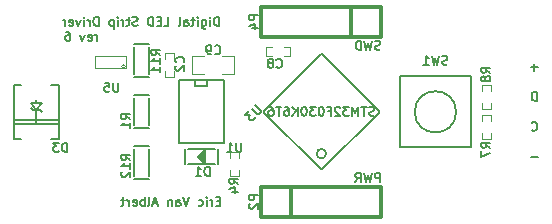
<source format=gbo>
G04 (created by PCBNEW (2013-mar-13)-testing) date Wed 10 Jun 2015 12:05:28 AM EDT*
%MOIN*%
G04 Gerber Fmt 3.4, Leading zero omitted, Abs format*
%FSLAX34Y34*%
G01*
G70*
G90*
G04 APERTURE LIST*
%ADD10C,0.005906*%
%ADD11C,0.005118*%
%ADD12C,0.005000*%
%ADD13C,0.003100*%
%ADD14C,0.003900*%
%ADD15C,0.012000*%
%ADD16C,0.002800*%
%ADD17C,0.008000*%
G04 APERTURE END LIST*
G54D10*
G54D11*
X52135Y-48978D02*
X52035Y-48978D01*
X51992Y-49135D02*
X52135Y-49135D01*
X52135Y-48835D01*
X51992Y-48835D01*
X51864Y-49135D02*
X51864Y-48935D01*
X51864Y-48992D02*
X51850Y-48964D01*
X51835Y-48950D01*
X51807Y-48935D01*
X51778Y-48935D01*
X51678Y-49135D02*
X51678Y-48935D01*
X51678Y-48835D02*
X51692Y-48850D01*
X51678Y-48864D01*
X51664Y-48850D01*
X51678Y-48835D01*
X51678Y-48864D01*
X51407Y-49121D02*
X51435Y-49135D01*
X51492Y-49135D01*
X51521Y-49121D01*
X51535Y-49107D01*
X51550Y-49078D01*
X51550Y-48992D01*
X51535Y-48964D01*
X51521Y-48950D01*
X51492Y-48935D01*
X51435Y-48935D01*
X51407Y-48950D01*
X51092Y-48835D02*
X50992Y-49135D01*
X50892Y-48835D01*
X50664Y-49135D02*
X50664Y-48978D01*
X50678Y-48950D01*
X50707Y-48935D01*
X50764Y-48935D01*
X50792Y-48950D01*
X50664Y-49121D02*
X50692Y-49135D01*
X50764Y-49135D01*
X50792Y-49121D01*
X50807Y-49092D01*
X50807Y-49064D01*
X50792Y-49035D01*
X50764Y-49021D01*
X50692Y-49021D01*
X50664Y-49007D01*
X50521Y-48935D02*
X50521Y-49135D01*
X50521Y-48964D02*
X50507Y-48950D01*
X50478Y-48935D01*
X50435Y-48935D01*
X50407Y-48950D01*
X50392Y-48978D01*
X50392Y-49135D01*
X50035Y-49050D02*
X49892Y-49050D01*
X50064Y-49135D02*
X49964Y-48835D01*
X49864Y-49135D01*
X49721Y-49135D02*
X49750Y-49121D01*
X49764Y-49092D01*
X49764Y-48835D01*
X49607Y-49135D02*
X49607Y-48835D01*
X49607Y-48950D02*
X49578Y-48935D01*
X49521Y-48935D01*
X49492Y-48950D01*
X49478Y-48964D01*
X49464Y-48992D01*
X49464Y-49078D01*
X49478Y-49107D01*
X49492Y-49121D01*
X49521Y-49135D01*
X49578Y-49135D01*
X49607Y-49121D01*
X49221Y-49121D02*
X49249Y-49135D01*
X49307Y-49135D01*
X49335Y-49121D01*
X49349Y-49092D01*
X49349Y-48978D01*
X49335Y-48950D01*
X49307Y-48935D01*
X49249Y-48935D01*
X49221Y-48950D01*
X49207Y-48978D01*
X49207Y-49007D01*
X49349Y-49035D01*
X49078Y-49135D02*
X49078Y-48935D01*
X49078Y-48992D02*
X49064Y-48964D01*
X49049Y-48950D01*
X49021Y-48935D01*
X48992Y-48935D01*
X48935Y-48935D02*
X48821Y-48935D01*
X48892Y-48835D02*
X48892Y-49092D01*
X48878Y-49121D01*
X48849Y-49135D01*
X48821Y-49135D01*
X52085Y-43135D02*
X52085Y-42835D01*
X52014Y-42835D01*
X51971Y-42850D01*
X51942Y-42878D01*
X51928Y-42907D01*
X51914Y-42964D01*
X51914Y-43007D01*
X51928Y-43064D01*
X51942Y-43092D01*
X51971Y-43121D01*
X52014Y-43135D01*
X52085Y-43135D01*
X51785Y-43135D02*
X51785Y-42935D01*
X51785Y-42835D02*
X51799Y-42850D01*
X51785Y-42864D01*
X51771Y-42850D01*
X51785Y-42835D01*
X51785Y-42864D01*
X51514Y-42935D02*
X51514Y-43178D01*
X51528Y-43207D01*
X51542Y-43221D01*
X51571Y-43235D01*
X51614Y-43235D01*
X51642Y-43221D01*
X51514Y-43121D02*
X51542Y-43135D01*
X51599Y-43135D01*
X51628Y-43121D01*
X51642Y-43107D01*
X51657Y-43078D01*
X51657Y-42992D01*
X51642Y-42964D01*
X51628Y-42950D01*
X51599Y-42935D01*
X51542Y-42935D01*
X51514Y-42950D01*
X51371Y-43135D02*
X51371Y-42935D01*
X51371Y-42835D02*
X51385Y-42850D01*
X51371Y-42864D01*
X51357Y-42850D01*
X51371Y-42835D01*
X51371Y-42864D01*
X51271Y-42935D02*
X51157Y-42935D01*
X51228Y-42835D02*
X51228Y-43092D01*
X51214Y-43121D01*
X51185Y-43135D01*
X51157Y-43135D01*
X50928Y-43135D02*
X50928Y-42978D01*
X50942Y-42950D01*
X50971Y-42935D01*
X51028Y-42935D01*
X51057Y-42950D01*
X50928Y-43121D02*
X50957Y-43135D01*
X51028Y-43135D01*
X51057Y-43121D01*
X51071Y-43092D01*
X51071Y-43064D01*
X51057Y-43035D01*
X51028Y-43021D01*
X50957Y-43021D01*
X50928Y-43007D01*
X50742Y-43135D02*
X50771Y-43121D01*
X50785Y-43092D01*
X50785Y-42835D01*
X50257Y-43135D02*
X50399Y-43135D01*
X50399Y-42835D01*
X50157Y-42978D02*
X50057Y-42978D01*
X50014Y-43135D02*
X50157Y-43135D01*
X50157Y-42835D01*
X50014Y-42835D01*
X49885Y-43135D02*
X49885Y-42835D01*
X49814Y-42835D01*
X49771Y-42850D01*
X49742Y-42878D01*
X49728Y-42907D01*
X49714Y-42964D01*
X49714Y-43007D01*
X49728Y-43064D01*
X49742Y-43092D01*
X49771Y-43121D01*
X49814Y-43135D01*
X49885Y-43135D01*
X49371Y-43121D02*
X49328Y-43135D01*
X49257Y-43135D01*
X49228Y-43121D01*
X49214Y-43107D01*
X49199Y-43078D01*
X49199Y-43050D01*
X49214Y-43021D01*
X49228Y-43007D01*
X49257Y-42992D01*
X49314Y-42978D01*
X49342Y-42964D01*
X49357Y-42950D01*
X49371Y-42921D01*
X49371Y-42892D01*
X49357Y-42864D01*
X49342Y-42850D01*
X49314Y-42835D01*
X49242Y-42835D01*
X49199Y-42850D01*
X49114Y-42935D02*
X48999Y-42935D01*
X49071Y-42835D02*
X49071Y-43092D01*
X49057Y-43121D01*
X49028Y-43135D01*
X48999Y-43135D01*
X48899Y-43135D02*
X48899Y-42935D01*
X48899Y-42992D02*
X48885Y-42964D01*
X48871Y-42950D01*
X48842Y-42935D01*
X48814Y-42935D01*
X48714Y-43135D02*
X48714Y-42935D01*
X48714Y-42835D02*
X48728Y-42850D01*
X48714Y-42864D01*
X48699Y-42850D01*
X48714Y-42835D01*
X48714Y-42864D01*
X48571Y-42935D02*
X48571Y-43235D01*
X48571Y-42950D02*
X48542Y-42935D01*
X48485Y-42935D01*
X48457Y-42950D01*
X48442Y-42964D01*
X48428Y-42992D01*
X48428Y-43078D01*
X48442Y-43107D01*
X48457Y-43121D01*
X48485Y-43135D01*
X48542Y-43135D01*
X48571Y-43121D01*
X48071Y-43135D02*
X48071Y-42835D01*
X47999Y-42835D01*
X47957Y-42850D01*
X47928Y-42878D01*
X47914Y-42907D01*
X47899Y-42964D01*
X47899Y-43007D01*
X47914Y-43064D01*
X47928Y-43092D01*
X47957Y-43121D01*
X47999Y-43135D01*
X48071Y-43135D01*
X47771Y-43135D02*
X47771Y-42935D01*
X47771Y-42992D02*
X47757Y-42964D01*
X47742Y-42950D01*
X47714Y-42935D01*
X47685Y-42935D01*
X47585Y-43135D02*
X47585Y-42935D01*
X47585Y-42835D02*
X47599Y-42850D01*
X47585Y-42864D01*
X47571Y-42850D01*
X47585Y-42835D01*
X47585Y-42864D01*
X47471Y-42935D02*
X47399Y-43135D01*
X47328Y-42935D01*
X47100Y-43121D02*
X47128Y-43135D01*
X47185Y-43135D01*
X47214Y-43121D01*
X47228Y-43092D01*
X47228Y-42978D01*
X47214Y-42950D01*
X47185Y-42935D01*
X47128Y-42935D01*
X47100Y-42950D01*
X47085Y-42978D01*
X47085Y-43007D01*
X47228Y-43035D01*
X46957Y-43135D02*
X46957Y-42935D01*
X46957Y-42992D02*
X46942Y-42964D01*
X46928Y-42950D01*
X46900Y-42935D01*
X46871Y-42935D01*
X48021Y-43635D02*
X48021Y-43435D01*
X48021Y-43492D02*
X48007Y-43464D01*
X47992Y-43450D01*
X47964Y-43435D01*
X47935Y-43435D01*
X47721Y-43621D02*
X47749Y-43635D01*
X47807Y-43635D01*
X47835Y-43621D01*
X47849Y-43592D01*
X47849Y-43478D01*
X47835Y-43450D01*
X47807Y-43435D01*
X47749Y-43435D01*
X47721Y-43450D01*
X47707Y-43478D01*
X47707Y-43507D01*
X47849Y-43535D01*
X47607Y-43435D02*
X47535Y-43635D01*
X47464Y-43435D01*
X46992Y-43335D02*
X47050Y-43335D01*
X47078Y-43350D01*
X47092Y-43364D01*
X47121Y-43407D01*
X47135Y-43464D01*
X47135Y-43578D01*
X47121Y-43607D01*
X47107Y-43621D01*
X47078Y-43635D01*
X47021Y-43635D01*
X46992Y-43621D01*
X46978Y-43607D01*
X46964Y-43578D01*
X46964Y-43507D01*
X46978Y-43478D01*
X46992Y-43464D01*
X47021Y-43450D01*
X47078Y-43450D01*
X47107Y-43464D01*
X47121Y-43478D01*
X47135Y-43507D01*
X62714Y-47521D02*
X62485Y-47521D01*
X62507Y-46607D02*
X62521Y-46621D01*
X62564Y-46635D01*
X62592Y-46635D01*
X62635Y-46621D01*
X62664Y-46592D01*
X62678Y-46564D01*
X62692Y-46507D01*
X62692Y-46464D01*
X62678Y-46407D01*
X62664Y-46378D01*
X62635Y-46350D01*
X62592Y-46335D01*
X62564Y-46335D01*
X62521Y-46350D01*
X62507Y-46364D01*
X62678Y-45635D02*
X62678Y-45335D01*
X62607Y-45335D01*
X62564Y-45350D01*
X62535Y-45378D01*
X62521Y-45407D01*
X62507Y-45464D01*
X62507Y-45507D01*
X62521Y-45564D01*
X62535Y-45592D01*
X62564Y-45621D01*
X62607Y-45635D01*
X62678Y-45635D01*
X62714Y-44521D02*
X62485Y-44521D01*
X62600Y-44635D02*
X62600Y-44407D01*
X57449Y-48335D02*
X57449Y-48035D01*
X57335Y-48035D01*
X57307Y-48050D01*
X57292Y-48064D01*
X57278Y-48092D01*
X57278Y-48135D01*
X57292Y-48164D01*
X57307Y-48178D01*
X57335Y-48192D01*
X57449Y-48192D01*
X57178Y-48035D02*
X57107Y-48335D01*
X57049Y-48121D01*
X56992Y-48335D01*
X56921Y-48035D01*
X56635Y-48335D02*
X56735Y-48192D01*
X56807Y-48335D02*
X56807Y-48035D01*
X56692Y-48035D01*
X56664Y-48050D01*
X56650Y-48064D01*
X56635Y-48092D01*
X56635Y-48135D01*
X56650Y-48164D01*
X56664Y-48178D01*
X56692Y-48192D01*
X56807Y-48192D01*
X57457Y-43921D02*
X57414Y-43935D01*
X57342Y-43935D01*
X57314Y-43921D01*
X57299Y-43907D01*
X57285Y-43878D01*
X57285Y-43850D01*
X57299Y-43821D01*
X57314Y-43807D01*
X57342Y-43792D01*
X57399Y-43778D01*
X57428Y-43764D01*
X57442Y-43750D01*
X57457Y-43721D01*
X57457Y-43692D01*
X57442Y-43664D01*
X57428Y-43650D01*
X57399Y-43635D01*
X57328Y-43635D01*
X57285Y-43650D01*
X57185Y-43635D02*
X57114Y-43935D01*
X57057Y-43721D01*
X57000Y-43935D01*
X56928Y-43635D01*
X56814Y-43935D02*
X56814Y-43635D01*
X56742Y-43635D01*
X56700Y-43650D01*
X56671Y-43678D01*
X56657Y-43707D01*
X56642Y-43764D01*
X56642Y-43807D01*
X56657Y-43864D01*
X56671Y-43892D01*
X56700Y-43921D01*
X56742Y-43935D01*
X56814Y-43935D01*
X57264Y-46121D02*
X57221Y-46135D01*
X57149Y-46135D01*
X57121Y-46121D01*
X57107Y-46107D01*
X57092Y-46078D01*
X57092Y-46050D01*
X57107Y-46021D01*
X57121Y-46007D01*
X57149Y-45992D01*
X57207Y-45978D01*
X57235Y-45964D01*
X57249Y-45950D01*
X57264Y-45921D01*
X57264Y-45892D01*
X57249Y-45864D01*
X57235Y-45850D01*
X57207Y-45835D01*
X57135Y-45835D01*
X57092Y-45850D01*
X57007Y-45835D02*
X56835Y-45835D01*
X56921Y-46135D02*
X56921Y-45835D01*
X56735Y-46135D02*
X56735Y-45835D01*
X56635Y-46050D01*
X56535Y-45835D01*
X56535Y-46135D01*
X56421Y-45835D02*
X56235Y-45835D01*
X56335Y-45950D01*
X56292Y-45950D01*
X56264Y-45964D01*
X56249Y-45978D01*
X56235Y-46007D01*
X56235Y-46078D01*
X56249Y-46107D01*
X56264Y-46121D01*
X56292Y-46135D01*
X56378Y-46135D01*
X56407Y-46121D01*
X56421Y-46107D01*
X56121Y-45864D02*
X56107Y-45850D01*
X56078Y-45835D01*
X56007Y-45835D01*
X55978Y-45850D01*
X55964Y-45864D01*
X55950Y-45892D01*
X55950Y-45921D01*
X55964Y-45964D01*
X56135Y-46135D01*
X55950Y-46135D01*
X55721Y-45978D02*
X55821Y-45978D01*
X55821Y-46135D02*
X55821Y-45835D01*
X55678Y-45835D01*
X55507Y-45835D02*
X55478Y-45835D01*
X55450Y-45850D01*
X55435Y-45864D01*
X55421Y-45892D01*
X55407Y-45950D01*
X55407Y-46021D01*
X55421Y-46078D01*
X55435Y-46107D01*
X55450Y-46121D01*
X55478Y-46135D01*
X55507Y-46135D01*
X55535Y-46121D01*
X55550Y-46107D01*
X55564Y-46078D01*
X55578Y-46021D01*
X55578Y-45950D01*
X55564Y-45892D01*
X55550Y-45864D01*
X55535Y-45850D01*
X55507Y-45835D01*
X55307Y-45835D02*
X55121Y-45835D01*
X55221Y-45950D01*
X55178Y-45950D01*
X55150Y-45964D01*
X55135Y-45978D01*
X55121Y-46007D01*
X55121Y-46078D01*
X55135Y-46107D01*
X55150Y-46121D01*
X55178Y-46135D01*
X55264Y-46135D01*
X55292Y-46121D01*
X55307Y-46107D01*
X54935Y-45835D02*
X54907Y-45835D01*
X54878Y-45850D01*
X54864Y-45864D01*
X54850Y-45892D01*
X54835Y-45950D01*
X54835Y-46021D01*
X54850Y-46078D01*
X54864Y-46107D01*
X54878Y-46121D01*
X54907Y-46135D01*
X54935Y-46135D01*
X54964Y-46121D01*
X54978Y-46107D01*
X54992Y-46078D01*
X55007Y-46021D01*
X55007Y-45950D01*
X54992Y-45892D01*
X54978Y-45864D01*
X54964Y-45850D01*
X54935Y-45835D01*
X54707Y-46135D02*
X54707Y-45835D01*
X54535Y-46135D02*
X54664Y-45964D01*
X54535Y-45835D02*
X54707Y-46007D01*
X54278Y-45835D02*
X54335Y-45835D01*
X54364Y-45850D01*
X54378Y-45864D01*
X54407Y-45907D01*
X54421Y-45964D01*
X54421Y-46078D01*
X54407Y-46107D01*
X54392Y-46121D01*
X54364Y-46135D01*
X54307Y-46135D01*
X54278Y-46121D01*
X54264Y-46107D01*
X54250Y-46078D01*
X54250Y-46007D01*
X54264Y-45978D01*
X54278Y-45964D01*
X54307Y-45950D01*
X54364Y-45950D01*
X54392Y-45964D01*
X54407Y-45978D01*
X54421Y-46007D01*
X54164Y-45835D02*
X53992Y-45835D01*
X54078Y-46135D02*
X54078Y-45835D01*
X53764Y-45835D02*
X53821Y-45835D01*
X53850Y-45850D01*
X53864Y-45864D01*
X53892Y-45907D01*
X53907Y-45964D01*
X53907Y-46078D01*
X53892Y-46107D01*
X53878Y-46121D01*
X53850Y-46135D01*
X53792Y-46135D01*
X53764Y-46121D01*
X53750Y-46107D01*
X53735Y-46078D01*
X53735Y-46007D01*
X53750Y-45978D01*
X53764Y-45964D01*
X53792Y-45950D01*
X53850Y-45950D01*
X53878Y-45964D01*
X53892Y-45978D01*
X53907Y-46007D01*
G54D12*
X49250Y-45550D02*
X49250Y-46450D01*
X49250Y-46548D02*
X49750Y-46548D01*
X49750Y-46450D02*
X49750Y-45550D01*
X49750Y-45451D02*
X49250Y-45451D01*
G54D13*
X48975Y-44488D02*
G75*
G03X48975Y-44488I-62J0D01*
G74*
G01*
X47950Y-44150D02*
X47950Y-44550D01*
X48975Y-44150D02*
X48975Y-44550D01*
X47950Y-44550D02*
X48975Y-44550D01*
X48975Y-44150D02*
X47950Y-44150D01*
G54D10*
X51460Y-47421D02*
X51460Y-47539D01*
X51460Y-47539D02*
X51500Y-47421D01*
X51500Y-47421D02*
X51500Y-47578D01*
X51578Y-47342D02*
X51578Y-47657D01*
X51539Y-47342D02*
X51539Y-47618D01*
X51618Y-47263D02*
X51618Y-47736D01*
X51618Y-47736D02*
X51381Y-47500D01*
X51381Y-47500D02*
X51618Y-47263D01*
G54D12*
X51950Y-47250D02*
X51050Y-47250D01*
X50951Y-47250D02*
X50951Y-47750D01*
X51050Y-47750D02*
X51950Y-47750D01*
X52048Y-47750D02*
X52048Y-47250D01*
G54D14*
X51601Y-44150D02*
X51201Y-44150D01*
X51201Y-44150D02*
X51201Y-44750D01*
X51201Y-44750D02*
X51601Y-44750D01*
X52198Y-44750D02*
X52598Y-44750D01*
X52598Y-44750D02*
X52598Y-44150D01*
X52598Y-44150D02*
X52198Y-44150D01*
G54D12*
X52200Y-44950D02*
X52250Y-44950D01*
X52250Y-44950D02*
X52250Y-47050D01*
X50750Y-47050D02*
X50750Y-44950D01*
X50750Y-44950D02*
X52200Y-44950D01*
X51300Y-44950D02*
X51300Y-45150D01*
X51300Y-45150D02*
X51700Y-45150D01*
X51700Y-45150D02*
X51700Y-44950D01*
X50750Y-47050D02*
X52250Y-47050D01*
G54D15*
X57500Y-42500D02*
X57500Y-42500D01*
X57500Y-43500D02*
X57500Y-42500D01*
X57500Y-42500D02*
X57500Y-42500D01*
X57500Y-42500D02*
X53500Y-42500D01*
X53500Y-42500D02*
X53500Y-43500D01*
X53500Y-43500D02*
X57500Y-43500D01*
X56500Y-43500D02*
X56500Y-42500D01*
X53500Y-49500D02*
X53500Y-49500D01*
X53500Y-48500D02*
X53500Y-49500D01*
X53500Y-49500D02*
X53500Y-49500D01*
X53500Y-49500D02*
X57500Y-49500D01*
X57500Y-49500D02*
X57500Y-48500D01*
X57500Y-48500D02*
X53500Y-48500D01*
X54500Y-48500D02*
X54500Y-49500D01*
G54D16*
X50300Y-44251D02*
X50300Y-44051D01*
X50300Y-44051D02*
X50600Y-44051D01*
X50600Y-44051D02*
X50600Y-44251D01*
X50300Y-44648D02*
X50300Y-44848D01*
X50300Y-44848D02*
X50600Y-44848D01*
X50600Y-44848D02*
X50600Y-44648D01*
X53851Y-44150D02*
X53651Y-44150D01*
X53651Y-44150D02*
X53651Y-43850D01*
X53651Y-43850D02*
X53851Y-43850D01*
X54248Y-44150D02*
X54448Y-44150D01*
X54448Y-44150D02*
X54448Y-43850D01*
X54448Y-43850D02*
X54248Y-43850D01*
X52450Y-47551D02*
X52450Y-47351D01*
X52450Y-47351D02*
X52750Y-47351D01*
X52750Y-47351D02*
X52750Y-47551D01*
X52450Y-47948D02*
X52450Y-48148D01*
X52450Y-48148D02*
X52750Y-48148D01*
X52750Y-48148D02*
X52750Y-47948D01*
X61150Y-46698D02*
X61150Y-46898D01*
X61150Y-46898D02*
X60850Y-46898D01*
X60850Y-46898D02*
X60850Y-46698D01*
X61150Y-46301D02*
X61150Y-46101D01*
X61150Y-46101D02*
X60850Y-46101D01*
X60850Y-46101D02*
X60850Y-46301D01*
X60850Y-45301D02*
X60850Y-45101D01*
X60850Y-45101D02*
X61150Y-45101D01*
X61150Y-45101D02*
X61150Y-45301D01*
X60850Y-45698D02*
X60850Y-45898D01*
X60850Y-45898D02*
X61150Y-45898D01*
X61150Y-45898D02*
X61150Y-45698D01*
G54D10*
X58118Y-47181D02*
X60481Y-47181D01*
X60481Y-47181D02*
X60481Y-44818D01*
X60481Y-44818D02*
X58118Y-44818D01*
X58118Y-44818D02*
X58118Y-47181D01*
X59988Y-46000D02*
G75*
G03X59988Y-46000I-688J0D01*
G74*
G01*
G54D17*
X53578Y-45972D02*
X53578Y-46027D01*
X55657Y-47391D02*
G75*
G03X55657Y-47391I-157J0D01*
G74*
G01*
X53578Y-46027D02*
X55472Y-47921D01*
X55472Y-47921D02*
X55527Y-47921D01*
X55527Y-47921D02*
X57421Y-46027D01*
X57421Y-46027D02*
X57421Y-45972D01*
X57421Y-45972D02*
X55527Y-44078D01*
X55527Y-44078D02*
X55472Y-44078D01*
X55472Y-44078D02*
X53578Y-45972D01*
G54D12*
X46000Y-45700D02*
X46000Y-45620D01*
X45250Y-45100D02*
X45250Y-46900D01*
X45250Y-46900D02*
X45500Y-46900D01*
X46750Y-46260D02*
X45250Y-46260D01*
X46750Y-46390D02*
X45250Y-46390D01*
X46500Y-45100D02*
X46750Y-45100D01*
X46750Y-45100D02*
X46750Y-46900D01*
X46750Y-46900D02*
X46500Y-46900D01*
X45500Y-45100D02*
X45250Y-45100D01*
X46000Y-45950D02*
X45813Y-45700D01*
X45813Y-45700D02*
X46000Y-45700D01*
X46000Y-45700D02*
X46187Y-45700D01*
X46187Y-45700D02*
X46000Y-45950D01*
X46000Y-45950D02*
X45875Y-45950D01*
X45875Y-45950D02*
X45813Y-45888D01*
X46000Y-45950D02*
X46125Y-45950D01*
X46125Y-45950D02*
X46187Y-46012D01*
X46000Y-45950D02*
X46000Y-46387D01*
X49250Y-43850D02*
X49250Y-44750D01*
X49250Y-44848D02*
X49750Y-44848D01*
X49750Y-44750D02*
X49750Y-43850D01*
X49750Y-43751D02*
X49250Y-43751D01*
X49250Y-47250D02*
X49250Y-48150D01*
X49250Y-48248D02*
X49750Y-48248D01*
X49750Y-48150D02*
X49750Y-47250D01*
X49750Y-47151D02*
X49250Y-47151D01*
G54D11*
X49135Y-46250D02*
X48992Y-46150D01*
X49135Y-46078D02*
X48835Y-46078D01*
X48835Y-46192D01*
X48850Y-46221D01*
X48864Y-46235D01*
X48892Y-46250D01*
X48935Y-46250D01*
X48964Y-46235D01*
X48978Y-46221D01*
X48992Y-46192D01*
X48992Y-46078D01*
X49135Y-46535D02*
X49135Y-46364D01*
X49135Y-46450D02*
X48835Y-46450D01*
X48878Y-46421D01*
X48907Y-46392D01*
X48921Y-46364D01*
X48728Y-45035D02*
X48728Y-45278D01*
X48714Y-45307D01*
X48700Y-45321D01*
X48671Y-45335D01*
X48614Y-45335D01*
X48585Y-45321D01*
X48571Y-45307D01*
X48557Y-45278D01*
X48557Y-45035D01*
X48271Y-45035D02*
X48414Y-45035D01*
X48428Y-45178D01*
X48414Y-45164D01*
X48385Y-45150D01*
X48314Y-45150D01*
X48285Y-45164D01*
X48271Y-45178D01*
X48257Y-45207D01*
X48257Y-45278D01*
X48271Y-45307D01*
X48285Y-45321D01*
X48314Y-45335D01*
X48385Y-45335D01*
X48414Y-45321D01*
X48428Y-45307D01*
X51771Y-48135D02*
X51771Y-47835D01*
X51700Y-47835D01*
X51657Y-47850D01*
X51628Y-47878D01*
X51614Y-47907D01*
X51600Y-47964D01*
X51600Y-48007D01*
X51614Y-48064D01*
X51628Y-48092D01*
X51657Y-48121D01*
X51700Y-48135D01*
X51771Y-48135D01*
X51314Y-48135D02*
X51485Y-48135D01*
X51400Y-48135D02*
X51400Y-47835D01*
X51428Y-47878D01*
X51457Y-47907D01*
X51485Y-47921D01*
X51950Y-44057D02*
X51964Y-44071D01*
X52007Y-44085D01*
X52035Y-44085D01*
X52078Y-44071D01*
X52107Y-44042D01*
X52121Y-44014D01*
X52135Y-43957D01*
X52135Y-43914D01*
X52121Y-43857D01*
X52107Y-43828D01*
X52078Y-43800D01*
X52035Y-43785D01*
X52007Y-43785D01*
X51964Y-43800D01*
X51950Y-43814D01*
X51807Y-44085D02*
X51750Y-44085D01*
X51721Y-44071D01*
X51707Y-44057D01*
X51678Y-44014D01*
X51664Y-43957D01*
X51664Y-43842D01*
X51678Y-43814D01*
X51692Y-43800D01*
X51721Y-43785D01*
X51778Y-43785D01*
X51807Y-43800D01*
X51821Y-43814D01*
X51835Y-43842D01*
X51835Y-43914D01*
X51821Y-43942D01*
X51807Y-43957D01*
X51778Y-43971D01*
X51721Y-43971D01*
X51692Y-43957D01*
X51678Y-43942D01*
X51664Y-43914D01*
X52828Y-47035D02*
X52828Y-47278D01*
X52814Y-47307D01*
X52800Y-47321D01*
X52771Y-47335D01*
X52714Y-47335D01*
X52685Y-47321D01*
X52671Y-47307D01*
X52657Y-47278D01*
X52657Y-47035D01*
X52357Y-47335D02*
X52528Y-47335D01*
X52442Y-47335D02*
X52442Y-47035D01*
X52471Y-47078D01*
X52500Y-47107D01*
X52528Y-47121D01*
X53385Y-42778D02*
X53085Y-42778D01*
X53085Y-42892D01*
X53100Y-42921D01*
X53114Y-42935D01*
X53142Y-42950D01*
X53185Y-42950D01*
X53214Y-42935D01*
X53228Y-42921D01*
X53242Y-42892D01*
X53242Y-42778D01*
X53185Y-43207D02*
X53385Y-43207D01*
X53071Y-43135D02*
X53285Y-43064D01*
X53285Y-43250D01*
X53385Y-48778D02*
X53085Y-48778D01*
X53085Y-48892D01*
X53100Y-48921D01*
X53114Y-48935D01*
X53142Y-48950D01*
X53185Y-48950D01*
X53214Y-48935D01*
X53228Y-48921D01*
X53242Y-48892D01*
X53242Y-48778D01*
X53114Y-49064D02*
X53100Y-49078D01*
X53085Y-49107D01*
X53085Y-49178D01*
X53100Y-49207D01*
X53114Y-49221D01*
X53142Y-49235D01*
X53171Y-49235D01*
X53214Y-49221D01*
X53385Y-49050D01*
X53385Y-49235D01*
X50907Y-44350D02*
X50921Y-44335D01*
X50935Y-44292D01*
X50935Y-44264D01*
X50921Y-44221D01*
X50892Y-44192D01*
X50864Y-44178D01*
X50807Y-44164D01*
X50764Y-44164D01*
X50707Y-44178D01*
X50678Y-44192D01*
X50650Y-44221D01*
X50635Y-44264D01*
X50635Y-44292D01*
X50650Y-44335D01*
X50664Y-44350D01*
X50664Y-44464D02*
X50650Y-44478D01*
X50635Y-44507D01*
X50635Y-44578D01*
X50650Y-44607D01*
X50664Y-44621D01*
X50692Y-44635D01*
X50721Y-44635D01*
X50764Y-44621D01*
X50935Y-44450D01*
X50935Y-44635D01*
X54000Y-44507D02*
X54014Y-44521D01*
X54057Y-44535D01*
X54085Y-44535D01*
X54128Y-44521D01*
X54157Y-44492D01*
X54171Y-44464D01*
X54185Y-44407D01*
X54185Y-44364D01*
X54171Y-44307D01*
X54157Y-44278D01*
X54128Y-44250D01*
X54085Y-44235D01*
X54057Y-44235D01*
X54014Y-44250D01*
X54000Y-44264D01*
X53828Y-44364D02*
X53857Y-44350D01*
X53871Y-44335D01*
X53885Y-44307D01*
X53885Y-44292D01*
X53871Y-44264D01*
X53857Y-44250D01*
X53828Y-44235D01*
X53771Y-44235D01*
X53742Y-44250D01*
X53728Y-44264D01*
X53714Y-44292D01*
X53714Y-44307D01*
X53728Y-44335D01*
X53742Y-44350D01*
X53771Y-44364D01*
X53828Y-44364D01*
X53857Y-44378D01*
X53871Y-44392D01*
X53885Y-44421D01*
X53885Y-44478D01*
X53871Y-44507D01*
X53857Y-44521D01*
X53828Y-44535D01*
X53771Y-44535D01*
X53742Y-44521D01*
X53728Y-44507D01*
X53714Y-44478D01*
X53714Y-44421D01*
X53728Y-44392D01*
X53742Y-44378D01*
X53771Y-44364D01*
X52735Y-48400D02*
X52592Y-48300D01*
X52735Y-48228D02*
X52435Y-48228D01*
X52435Y-48342D01*
X52450Y-48371D01*
X52464Y-48385D01*
X52492Y-48400D01*
X52535Y-48400D01*
X52564Y-48385D01*
X52578Y-48371D01*
X52592Y-48342D01*
X52592Y-48228D01*
X52535Y-48657D02*
X52735Y-48657D01*
X52421Y-48585D02*
X52635Y-48514D01*
X52635Y-48700D01*
X61135Y-47200D02*
X60992Y-47100D01*
X61135Y-47028D02*
X60835Y-47028D01*
X60835Y-47142D01*
X60850Y-47171D01*
X60864Y-47185D01*
X60892Y-47200D01*
X60935Y-47200D01*
X60964Y-47185D01*
X60978Y-47171D01*
X60992Y-47142D01*
X60992Y-47028D01*
X60835Y-47300D02*
X60835Y-47500D01*
X61135Y-47371D01*
X61135Y-44700D02*
X60992Y-44600D01*
X61135Y-44528D02*
X60835Y-44528D01*
X60835Y-44642D01*
X60850Y-44671D01*
X60864Y-44685D01*
X60892Y-44700D01*
X60935Y-44700D01*
X60964Y-44685D01*
X60978Y-44671D01*
X60992Y-44642D01*
X60992Y-44528D01*
X60964Y-44871D02*
X60950Y-44842D01*
X60935Y-44828D01*
X60907Y-44814D01*
X60892Y-44814D01*
X60864Y-44828D01*
X60850Y-44842D01*
X60835Y-44871D01*
X60835Y-44928D01*
X60850Y-44957D01*
X60864Y-44971D01*
X60892Y-44985D01*
X60907Y-44985D01*
X60935Y-44971D01*
X60950Y-44957D01*
X60964Y-44928D01*
X60964Y-44871D01*
X60978Y-44842D01*
X60992Y-44828D01*
X61021Y-44814D01*
X61078Y-44814D01*
X61107Y-44828D01*
X61121Y-44842D01*
X61135Y-44871D01*
X61135Y-44928D01*
X61121Y-44957D01*
X61107Y-44971D01*
X61078Y-44985D01*
X61021Y-44985D01*
X60992Y-44971D01*
X60978Y-44957D01*
X60964Y-44928D01*
X59699Y-44421D02*
X59657Y-44435D01*
X59585Y-44435D01*
X59557Y-44421D01*
X59542Y-44407D01*
X59528Y-44378D01*
X59528Y-44350D01*
X59542Y-44321D01*
X59557Y-44307D01*
X59585Y-44292D01*
X59642Y-44278D01*
X59671Y-44264D01*
X59685Y-44250D01*
X59699Y-44221D01*
X59699Y-44192D01*
X59685Y-44164D01*
X59671Y-44150D01*
X59642Y-44135D01*
X59571Y-44135D01*
X59528Y-44150D01*
X59428Y-44135D02*
X59357Y-44435D01*
X59299Y-44221D01*
X59242Y-44435D01*
X59171Y-44135D01*
X58900Y-44435D02*
X59071Y-44435D01*
X58985Y-44435D02*
X58985Y-44135D01*
X59014Y-44178D01*
X59042Y-44207D01*
X59071Y-44221D01*
X53295Y-45772D02*
X53467Y-45943D01*
X53477Y-45974D01*
X53477Y-45994D01*
X53467Y-46024D01*
X53426Y-46065D01*
X53396Y-46075D01*
X53376Y-46075D01*
X53345Y-46065D01*
X53174Y-45893D01*
X53093Y-45974D02*
X52962Y-46105D01*
X53113Y-46115D01*
X53083Y-46145D01*
X53073Y-46176D01*
X53073Y-46196D01*
X53083Y-46226D01*
X53133Y-46277D01*
X53164Y-46287D01*
X53184Y-46287D01*
X53214Y-46277D01*
X53275Y-46216D01*
X53285Y-46186D01*
X53285Y-46166D01*
X47021Y-47335D02*
X47021Y-47035D01*
X46950Y-47035D01*
X46907Y-47050D01*
X46878Y-47078D01*
X46864Y-47107D01*
X46850Y-47164D01*
X46850Y-47207D01*
X46864Y-47264D01*
X46878Y-47292D01*
X46907Y-47321D01*
X46950Y-47335D01*
X47021Y-47335D01*
X46750Y-47035D02*
X46564Y-47035D01*
X46664Y-47150D01*
X46621Y-47150D01*
X46592Y-47164D01*
X46578Y-47178D01*
X46564Y-47207D01*
X46564Y-47278D01*
X46578Y-47307D01*
X46592Y-47321D01*
X46621Y-47335D01*
X46707Y-47335D01*
X46735Y-47321D01*
X46750Y-47307D01*
X50135Y-44107D02*
X49992Y-44007D01*
X50135Y-43935D02*
X49835Y-43935D01*
X49835Y-44050D01*
X49850Y-44078D01*
X49864Y-44092D01*
X49892Y-44107D01*
X49935Y-44107D01*
X49964Y-44092D01*
X49978Y-44078D01*
X49992Y-44050D01*
X49992Y-43935D01*
X50135Y-44392D02*
X50135Y-44221D01*
X50135Y-44307D02*
X49835Y-44307D01*
X49878Y-44278D01*
X49907Y-44250D01*
X49921Y-44221D01*
X50135Y-44678D02*
X50135Y-44507D01*
X50135Y-44592D02*
X49835Y-44592D01*
X49878Y-44564D01*
X49907Y-44535D01*
X49921Y-44507D01*
X49135Y-47607D02*
X48992Y-47507D01*
X49135Y-47435D02*
X48835Y-47435D01*
X48835Y-47550D01*
X48850Y-47578D01*
X48864Y-47592D01*
X48892Y-47607D01*
X48935Y-47607D01*
X48964Y-47592D01*
X48978Y-47578D01*
X48992Y-47550D01*
X48992Y-47435D01*
X49135Y-47892D02*
X49135Y-47721D01*
X49135Y-47807D02*
X48835Y-47807D01*
X48878Y-47778D01*
X48907Y-47750D01*
X48921Y-47721D01*
X48864Y-48007D02*
X48850Y-48021D01*
X48835Y-48050D01*
X48835Y-48121D01*
X48850Y-48150D01*
X48864Y-48164D01*
X48892Y-48178D01*
X48921Y-48178D01*
X48964Y-48164D01*
X49135Y-47992D01*
X49135Y-48178D01*
M02*

</source>
